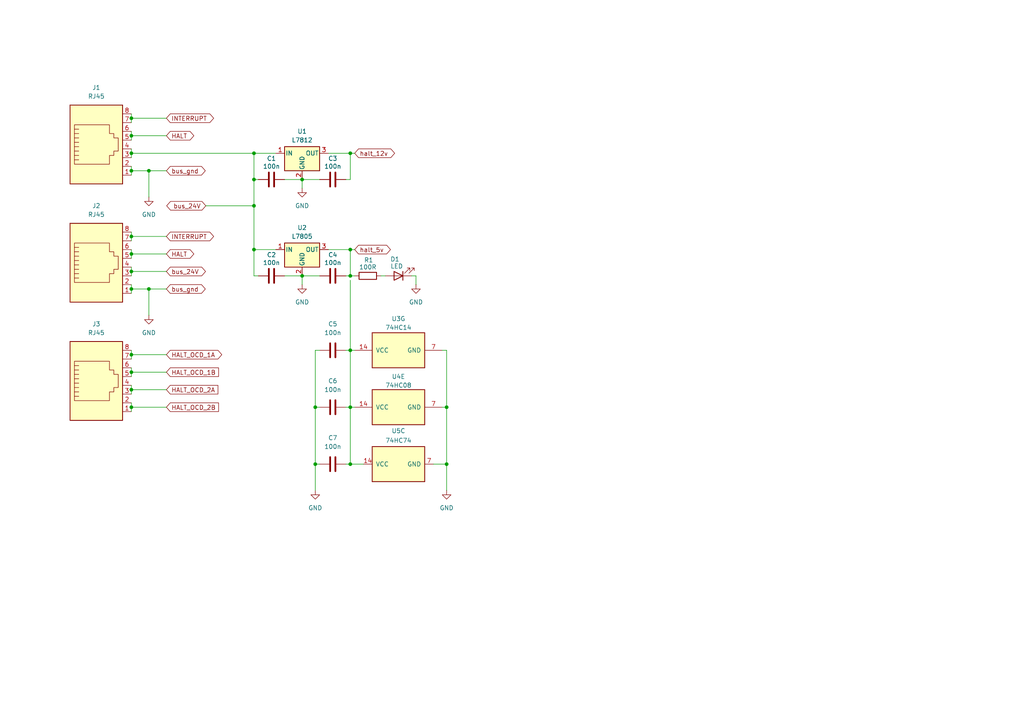
<source format=kicad_sch>
(kicad_sch (version 20250114) (generator "eeschema") (generator_version "9.0")
  (paper "A4")
  (title_block (title "QCW DRSSTC halt board input stage") (rev "1.0") (company "Author: 9551 (devvie.cc)") (comment 9 "Author: 9551 (devvie.cc)"))
  (lib_symbols
    (symbol "74xx:74HC00" (pin_names (offset 1.016))
      (property "Reference" "U" (at 0 1.27 0))
      (property "Value" "74HC00" (at 0 -1.27 0))
      (symbol "74HC00_1_1"
        (arc (start 0 3.81) (mid 3.7934 0) (end 0 -3.81) (stroke (width 0.254)) (fill (type background)))
        (polyline (pts (xy 0 3.81) (xy -3.81 3.81) (xy -3.81 -3.81) (xy 0 -3.81)) (stroke (width 0.254)) (fill (type background)))
        (pin input line (at -7.62 2.54 0) (length 3.81) (name "~") (number "1"))
        (pin input line (at -7.62 -2.54 0) (length 3.81) (name "~") (number "2"))
        (pin output inverted (at 7.62 0 180) (length 3.81) (name "~") (number "3"))
      )
      (symbol "74HC00_1_2"
        (arc (start -3.81 3.81) (mid -2.589 0) (end -3.81 -3.81) (stroke (width 0.254)))
        (polyline (pts (xy -3.81 3.81) (xy -0.635 3.81)) (stroke (width 0.254)) (fill (type background)))
        (polyline (pts (xy -3.81 -3.81) (xy -0.635 -3.81)) (stroke (width 0.254)) (fill (type background)))
        (arc (start 3.81 0) (mid 2.1855 -2.584) (end -0.6096 -3.81) (stroke (width 0.254)) (fill (type background)))
        (arc (start -0.6096 3.81) (mid 2.1928 2.5924) (end 3.81 0) (stroke (width 0.254)) (fill (type background)))
        (polyline (pts (xy -0.635 3.81) (xy -3.81 3.81) (xy -3.81 3.81) (xy -3.556 3.4036) (xy -3.0226 2.2606) (xy -2.6924 1.0414) (xy -2.6162 -0.254) (xy -2.7686 -1.4986) (xy -3.175 -2.7178) (xy -3.81 -3.81) (xy -3.81 -3.81) (xy -0.635 -3.81)) (stroke (width -25.4)) (fill (type background)))
        (pin input inverted (at -7.62 2.54 0) (length 4.318) (name "~") (number "1"))
        (pin input inverted (at -7.62 -2.54 0) (length 4.318) (name "~") (number "2"))
        (pin output line (at 7.62 0 180) (length 3.81) (name "~") (number "3"))
      )
      (symbol "74HC00_2_1"
        (arc (start 0 3.81) (mid 3.7934 0) (end 0 -3.81) (stroke (width 0.254)) (fill (type background)))
        (polyline (pts (xy 0 3.81) (xy -3.81 3.81) (xy -3.81 -3.81) (xy 0 -3.81)) (stroke (width 0.254)) (fill (type background)))
        (pin input line (at -7.62 2.54 0) (length 3.81) (name "~") (number "4"))
        (pin input line (at -7.62 -2.54 0) (length 3.81) (name "~") (number "5"))
        (pin output inverted (at 7.62 0 180) (length 3.81) (name "~") (number "6"))
      )
      (symbol "74HC00_2_2"
        (arc (start -3.81 3.81) (mid -2.589 0) (end -3.81 -3.81) (stroke (width 0.254)))
        (polyline (pts (xy -3.81 3.81) (xy -0.635 3.81)) (stroke (width 0.254)) (fill (type background)))
        (polyline (pts (xy -3.81 -3.81) (xy -0.635 -3.81)) (stroke (width 0.254)) (fill (type background)))
        (arc (start 3.81 0) (mid 2.1855 -2.584) (end -0.6096 -3.81) (stroke (width 0.254)) (fill (type background)))
        (arc (start -0.6096 3.81) (mid 2.1928 2.5924) (end 3.81 0) (stroke (width 0.254)) (fill (type background)))
        (polyline (pts (xy -0.635 3.81) (xy -3.81 3.81) (xy -3.81 3.81) (xy -3.556 3.4036) (xy -3.0226 2.2606) (xy -2.6924 1.0414) (xy -2.6162 -0.254) (xy -2.7686 -1.4986) (xy -3.175 -2.7178) (xy -3.81 -3.81) (xy -3.81 -3.81) (xy -0.635 -3.81)) (stroke (width -25.4)) (fill (type background)))
        (pin input inverted (at -7.62 2.54 0) (length 4.318) (name "~") (number "4"))
        (pin input inverted (at -7.62 -2.54 0) (length 4.318) (name "~") (number "5"))
        (pin output line (at 7.62 0 180) (length 3.81) (name "~") (number "6"))
      )
      (symbol "74HC00_3_1"
        (arc (start 0 3.81) (mid 3.7934 0) (end 0 -3.81) (stroke (width 0.254)) (fill (type background)))
        (polyline (pts (xy 0 3.81) (xy -3.81 3.81) (xy -3.81 -3.81) (xy 0 -3.81)) (stroke (width 0.254)) (fill (type background)))
        (pin input line (at -7.62 2.54 0) (length 3.81) (name "~") (number "9"))
        (pin input line (at -7.62 -2.54 0) (length 3.81) (name "~") (number "10"))
        (pin output inverted (at 7.62 0 180) (length 3.81) (name "~") (number "8"))
      )
      (symbol "74HC00_3_2"
        (arc (start -3.81 3.81) (mid -2.589 0) (end -3.81 -3.81) (stroke (width 0.254)))
        (polyline (pts (xy -3.81 3.81) (xy -0.635 3.81)) (stroke (width 0.254)) (fill (type background)))
        (polyline (pts (xy -3.81 -3.81) (xy -0.635 -3.81)) (stroke (width 0.254)) (fill (type background)))
        (arc (start 3.81 0) (mid 2.1855 -2.584) (end -0.6096 -3.81) (stroke (width 0.254)) (fill (type background)))
        (arc (start -0.6096 3.81) (mid 2.1928 2.5924) (end 3.81 0) (stroke (width 0.254)) (fill (type background)))
        (polyline (pts (xy -0.635 3.81) (xy -3.81 3.81) (xy -3.81 3.81) (xy -3.556 3.4036) (xy -3.0226 2.2606) (xy -2.6924 1.0414) (xy -2.6162 -0.254) (xy -2.7686 -1.4986) (xy -3.175 -2.7178) (xy -3.81 -3.81) (xy -3.81 -3.81) (xy -0.635 -3.81)) (stroke (width -25.4)) (fill (type background)))
        (pin input inverted (at -7.62 2.54 0) (length 4.318) (name "~") (number "9"))
        (pin input inverted (at -7.62 -2.54 0) (length 4.318) (name "~") (number "10"))
        (pin output line (at 7.62 0 180) (length 3.81) (name "~") (number "8"))
      )
      (symbol "74HC00_4_1"
        (arc (start 0 3.81) (mid 3.7934 0) (end 0 -3.81) (stroke (width 0.254)) (fill (type background)))
        (polyline (pts (xy 0 3.81) (xy -3.81 3.81) (xy -3.81 -3.81) (xy 0 -3.81)) (stroke (width 0.254)) (fill (type background)))
        (pin input line (at -7.62 2.54 0) (length 3.81) (name "~") (number "12"))
        (pin input line (at -7.62 -2.54 0) (length 3.81) (name "~") (number "13"))
        (pin output inverted (at 7.62 0 180) (length 3.81) (name "~") (number "11"))
      )
      (symbol "74HC00_4_2"
        (arc (start -3.81 3.81) (mid -2.589 0) (end -3.81 -3.81) (stroke (width 0.254)))
        (polyline (pts (xy -3.81 3.81) (xy -0.635 3.81)) (stroke (width 0.254)) (fill (type background)))
        (polyline (pts (xy -3.81 -3.81) (xy -0.635 -3.81)) (stroke (width 0.254)) (fill (type background)))
        (arc (start 3.81 0) (mid 2.1855 -2.584) (end -0.6096 -3.81) (stroke (width 0.254)) (fill (type background)))
        (arc (start -0.6096 3.81) (mid 2.1928 2.5924) (end 3.81 0) (stroke (width 0.254)) (fill (type background)))
        (polyline (pts (xy -0.635 3.81) (xy -3.81 3.81) (xy -3.81 3.81) (xy -3.556 3.4036) (xy -3.0226 2.2606) (xy -2.6924 1.0414) (xy -2.6162 -0.254) (xy -2.7686 -1.4986) (xy -3.175 -2.7178) (xy -3.81 -3.81) (xy -3.81 -3.81) (xy -0.635 -3.81)) (stroke (width -25.4)) (fill (type background)))
        (pin input inverted (at -7.62 2.54 0) (length 4.318) (name "~") (number "12"))
        (pin input inverted (at -7.62 -2.54 0) (length 4.318) (name "~") (number "13"))
        (pin output line (at 7.62 0 180) (length 3.81) (name "~") (number "11"))
      )
      (symbol "74HC00_5_0"
        (pin power_in line (at 0 12.7 270) (length 5.08) (name "VCC") (number "14"))
        (pin power_in line (at 0 -12.7 90) (length 5.08) (name "GND") (number "7"))
      )
      (symbol "74HC00_5_1"
        (rectangle (start -5.08 7.62) (end 5.08 -7.62) (stroke (width 0.254)) (fill (type background)))
      )
    )
    (symbol "74xx:74HC14" (pin_names (offset 1.016))
      (property "Reference" "U" (at 0 1.27 0))
      (property "Value" "74HC14" (at 0 -1.27 0))
      (symbol "74HC14_1_0"
        (polyline (pts (xy -3.81 3.81) (xy -3.81 -3.81) (xy 3.81 0) (xy -3.81 3.81)) (stroke (width 0.254)) (fill (type background)))
        (pin input line (at -7.62 0 0) (length 3.81) (name "~") (number "1"))
        (pin output inverted (at 7.62 0 180) (length 3.81) (name "~") (number "2"))
      )
      (symbol "74HC14_1_1"
        (polyline (pts (xy -2.54 -1.27) (xy -0.635 -1.27) (xy -0.635 1.27) (xy 0 1.27)))
        (polyline (pts (xy -1.905 -1.27) (xy -1.905 1.27) (xy -0.635 1.27)))
      )
      (symbol "74HC14_2_0"
        (polyline (pts (xy -3.81 3.81) (xy -3.81 -3.81) (xy 3.81 0) (xy -3.81 3.81)) (stroke (width 0.254)) (fill (type background)))
        (pin input line (at -7.62 0 0) (length 3.81) (name "~") (number "3"))
        (pin output inverted (at 7.62 0 180) (length 3.81) (name "~") (number "4"))
      )
      (symbol "74HC14_2_1"
        (polyline (pts (xy -2.54 -1.27) (xy -0.635 -1.27) (xy -0.635 1.27) (xy 0 1.27)))
        (polyline (pts (xy -1.905 -1.27) (xy -1.905 1.27) (xy -0.635 1.27)))
      )
      (symbol "74HC14_3_0"
        (polyline (pts (xy -3.81 3.81) (xy -3.81 -3.81) (xy 3.81 0) (xy -3.81 3.81)) (stroke (width 0.254)) (fill (type background)))
        (pin input line (at -7.62 0 0) (length 3.81) (name "~") (number "5"))
        (pin output inverted (at 7.62 0 180) (length 3.81) (name "~") (number "6"))
      )
      (symbol "74HC14_3_1"
        (polyline (pts (xy -2.54 -1.27) (xy -0.635 -1.27) (xy -0.635 1.27) (xy 0 1.27)))
        (polyline (pts (xy -1.905 -1.27) (xy -1.905 1.27) (xy -0.635 1.27)))
      )
      (symbol "74HC14_4_0"
        (polyline (pts (xy -3.81 3.81) (xy -3.81 -3.81) (xy 3.81 0) (xy -3.81 3.81)) (stroke (width 0.254)) (fill (type background)))
        (pin input line (at -7.62 0 0) (length 3.81) (name "~") (number "9"))
        (pin output inverted (at 7.62 0 180) (length 3.81) (name "~") (number "8"))
      )
      (symbol "74HC14_4_1"
        (polyline (pts (xy -2.54 -1.27) (xy -0.635 -1.27) (xy -0.635 1.27) (xy 0 1.27)))
        (polyline (pts (xy -1.905 -1.27) (xy -1.905 1.27) (xy -0.635 1.27)))
      )
      (symbol "74HC14_5_0"
        (polyline (pts (xy -3.81 3.81) (xy -3.81 -3.81) (xy 3.81 0) (xy -3.81 3.81)) (stroke (width 0.254)) (fill (type background)))
        (pin input line (at -7.62 0 0) (length 3.81) (name "~") (number "11"))
        (pin output inverted (at 7.62 0 180) (length 3.81) (name "~") (number "10"))
      )
      (symbol "74HC14_5_1"
        (polyline (pts (xy -2.54 -1.27) (xy -0.635 -1.27) (xy -0.635 1.27) (xy 0 1.27)))
        (polyline (pts (xy -1.905 -1.27) (xy -1.905 1.27) (xy -0.635 1.27)))
      )
      (symbol "74HC14_6_0"
        (polyline (pts (xy -3.81 3.81) (xy -3.81 -3.81) (xy 3.81 0) (xy -3.81 3.81)) (stroke (width 0.254)) (fill (type background)))
        (pin input line (at -7.62 0 0) (length 3.81) (name "~") (number "13"))
        (pin output inverted (at 7.62 0 180) (length 3.81) (name "~") (number "12"))
      )
      (symbol "74HC14_6_1"
        (polyline (pts (xy -2.54 -1.27) (xy -0.635 -1.27) (xy -0.635 1.27) (xy 0 1.27)))
        (polyline (pts (xy -1.905 -1.27) (xy -1.905 1.27) (xy -0.635 1.27)))
      )
      (symbol "74HC14_7_0"
        (pin power_in line (at 0 12.7 270) (length 5.08) (name "VCC") (number "14"))
        (pin power_in line (at 0 -12.7 90) (length 5.08) (name "GND") (number "7"))
      )
      (symbol "74HC14_7_1"
        (rectangle (start -5.08 7.62) (end 5.08 -7.62) (stroke (width 0.254)) (fill (type background)))
      )
    )
    (symbol "74xx:74HC74" (pin_names (offset 1.016))
      (property "Reference" "U" (at -7.62 8.89 0))
      (property "Value" "74HC74" (at -7.62 -8.89 0))
      (symbol "74HC74_1_0"
        (pin input line (at -7.62 2.54 0) (length 2.54) (name "D") (number "2"))
        (pin input clock (at -7.62 0 0) (length 2.54) (name "C") (number "3"))
        (pin input line (at 0 7.62 270) (length 2.54) (name "~{S}") (number "4"))
        (pin input line (at 0 -7.62 90) (length 2.54) (name "~{R}") (number "1"))
        (pin output line (at 7.62 2.54 180) (length 2.54) (name "Q") (number "5"))
        (pin output line (at 7.62 -2.54 180) (length 2.54) (name "~{Q}") (number "6"))
      )
      (symbol "74HC74_1_1"
        (rectangle (start -5.08 5.08) (end 5.08 -5.08) (stroke (width 0.254)) (fill (type background)))
      )
      (symbol "74HC74_2_0"
        (pin input line (at -7.62 2.54 0) (length 2.54) (name "D") (number "12"))
        (pin input clock (at -7.62 0 0) (length 2.54) (name "C") (number "11"))
        (pin input line (at 0 7.62 270) (length 2.54) (name "~{S}") (number "10"))
        (pin input line (at 0 -7.62 90) (length 2.54) (name "~{R}") (number "13"))
        (pin output line (at 7.62 2.54 180) (length 2.54) (name "Q") (number "9"))
        (pin output line (at 7.62 -2.54 180) (length 2.54) (name "~{Q}") (number "8"))
      )
      (symbol "74HC74_2_1"
        (rectangle (start -5.08 5.08) (end 5.08 -5.08) (stroke (width 0.254)) (fill (type background)))
      )
      (symbol "74HC74_3_0"
        (pin power_in line (at 0 10.16 270) (length 2.54) (name "VCC") (number "14"))
        (pin power_in line (at 0 -10.16 90) (length 2.54) (name "GND") (number "7"))
      )
      (symbol "74HC74_3_1"
        (rectangle (start -5.08 7.62) (end 5.08 -7.62) (stroke (width 0.254)) (fill (type background)))
      )
    )
    (symbol "Connector:RJ45" (pin_names (offset 1.016))
      (property "Reference" "J" (at -5.08 13.97 0))
      (property "Value" "RJ45" (at 2.54 13.97 0))
      (symbol "RJ45_0_1"
        (polyline (pts (xy -6.35 1.905) (xy -5.08 1.905) (xy -5.08 1.905)))
        (polyline (pts (xy -6.35 0.635) (xy -5.08 0.635) (xy -5.08 0.635)))
        (polyline (pts (xy -6.35 -0.635) (xy -5.08 -0.635) (xy -5.08 -0.635)))
        (polyline (pts (xy -6.35 -1.905) (xy -5.08 -1.905) (xy -5.08 -1.905)))
        (polyline (pts (xy -6.35 -3.175) (xy -5.08 -3.175) (xy -5.08 -3.175)))
        (polyline (pts (xy -6.35 -4.445) (xy -6.35 6.985) (xy 3.81 6.985) (xy 3.81 4.445) (xy 5.08 4.445) (xy 5.08 3.175) (xy 6.35 3.175) (xy 6.35 -0.635) (xy 5.08 -0.635) (xy 5.08 -1.905) (xy 3.81 -1.905) (xy 3.81 -4.445) (xy -6.35 -4.445) (xy -6.35 -4.445)))
        (polyline (pts (xy -5.08 5.715) (xy -6.35 5.715)))
        (polyline (pts (xy -5.08 4.445) (xy -6.35 4.445)))
        (polyline (pts (xy -5.08 3.175) (xy -6.35 3.175) (xy -6.35 3.175)))
        (rectangle (start 7.62 12.7) (end -7.62 -10.16) (stroke (width 0.254)) (fill (type background)))
      )
      (symbol "RJ45_1_1"
        (pin passive line (at 10.16 10.16 180) (length 2.54) (name "~") (number "8"))
        (pin passive line (at 10.16 7.62 180) (length 2.54) (name "~") (number "7"))
        (pin passive line (at 10.16 5.08 180) (length 2.54) (name "~") (number "6"))
        (pin passive line (at 10.16 2.54 180) (length 2.54) (name "~") (number "5"))
        (pin passive line (at 10.16 0 180) (length 2.54) (name "~") (number "4"))
        (pin passive line (at 10.16 -2.54 180) (length 2.54) (name "~") (number "3"))
        (pin passive line (at 10.16 -5.08 180) (length 2.54) (name "~") (number "2"))
        (pin passive line (at 10.16 -7.62 180) (length 2.54) (name "~") (number "1"))
      )
    )
    (symbol "Device:C" (pin_numbers (hide yes)) (pin_names (offset 0.254))
      (property "Reference" "C" (at 0.635 2.54 0))
      (property "Value" "C" (at 0.635 -2.54 0))
      (symbol "C_0_1"
        (polyline (pts (xy -2.032 0.762) (xy 2.032 0.762)) (stroke (width 0.508)))
        (polyline (pts (xy -2.032 -0.762) (xy 2.032 -0.762)) (stroke (width 0.508)))
      )
      (symbol "C_1_1"
        (pin passive line (at 0 3.81 270) (length 2.794) (name "~") (number "1"))
        (pin passive line (at 0 -3.81 90) (length 2.794) (name "~") (number "2"))
      )
    )
    (symbol "Device:LED" (pin_numbers (hide yes)) (pin_names (offset 1.016) (hide yes))
      (property "Reference" "D" (at 0 2.54 0))
      (property "Value" "LED" (at 0 -2.54 0))
      (symbol "LED_0_1"
        (polyline (pts (xy -3.048 -0.762) (xy -4.572 -2.286) (xy -3.81 -2.286) (xy -4.572 -2.286) (xy -4.572 -1.524)))
        (polyline (pts (xy -1.778 -0.762) (xy -3.302 -2.286) (xy -2.54 -2.286) (xy -3.302 -2.286) (xy -3.302 -1.524)))
        (polyline (pts (xy -1.27 0) (xy 1.27 0)))
        (polyline (pts (xy -1.27 -1.27) (xy -1.27 1.27)) (stroke (width 0.254)))
        (polyline (pts (xy 1.27 -1.27) (xy 1.27 1.27) (xy -1.27 0) (xy 1.27 -1.27)) (stroke (width 0.254)))
      )
      (symbol "LED_1_1"
        (pin passive line (at -3.81 0 0) (length 2.54) (name "K") (number "1"))
        (pin passive line (at 3.81 0 180) (length 2.54) (name "A") (number "2"))
      )
    )
    (symbol "Device:R" (pin_numbers (hide yes)) (pin_names (offset 0))
      (property "Reference" "R" (at 2.032 0 90))
      (property "Value" "R" (at 0 0 90))
      (symbol "R_0_1"
        (rectangle (start -1.016 -2.54) (end 1.016 2.54) (stroke (width 0.254)))
      )
      (symbol "R_1_1"
        (pin passive line (at 0 3.81 270) (length 1.27) (name "~") (number "1"))
        (pin passive line (at 0 -3.81 90) (length 1.27) (name "~") (number "2"))
      )
    )
    (symbol "Regulator_Linear:L7805" (pin_names (offset 0.254))
      (property "Reference" "U" (at -3.81 3.175 0))
      (property "Value" "L7805" (at 0 3.175 0))
      (symbol "L7805_0_1"
        (rectangle (start -5.08 1.905) (end 5.08 -5.08) (stroke (width 0.254)) (fill (type background)))
      )
      (symbol "L7805_1_1"
        (pin power_in line (at -7.62 0 0) (length 2.54) (name "IN") (number "1"))
        (pin power_in line (at 0 -7.62 90) (length 2.54) (name "GND") (number "2"))
        (pin power_out line (at 7.62 0 180) (length 2.54) (name "OUT") (number "3"))
      )
    )
    (symbol "Regulator_Linear:L7812" (pin_names (offset 0.254))
      (property "Reference" "U" (at -3.81 3.175 0))
      (property "Value" "L7812" (at 0 3.175 0))
      (symbol "L7812_0_1"
        (rectangle (start -5.08 1.905) (end 5.08 -5.08) (stroke (width 0.254)) (fill (type background)))
      )
      (symbol "L7812_1_1"
        (pin power_in line (at -7.62 0 0) (length 2.54) (name "IN") (number "1"))
        (pin power_in line (at 0 -7.62 90) (length 2.54) (name "GND") (number "2"))
        (pin power_out line (at 7.62 0 180) (length 2.54) (name "OUT") (number "3"))
      )
    )
    (symbol "power:GND" (power) (pin_numbers (hide yes)) (pin_names (offset 0) (hide yes))
      (property "Value" "GND" (at 0 -3.81 0))
      (symbol "GND_0_1"
        (polyline (pts (xy 0 0) (xy 0 -1.27) (xy 1.27 -1.27) (xy 0 -2.54) (xy -1.27 -1.27) (xy 0 -1.27)))
      )
      (symbol "GND_1_1"
        (pin power_in line (at 0 0 270) (length 0) (name "~") (number "1"))
      )
    )
  )
  (junction (at 73.66 52.07))
  (junction (at 38.1 68.58))
  (junction (at 73.66 72.39))
  (junction (at 38.1 118.11))
  (junction (at 87.63 52.07))
  (junction (at 101.6 101.6))
  (junction (at 101.6 80.01))
  (junction (at 129.54 118.11))
  (junction (at 38.1 34.29))
  (junction (at 73.66 44.45))
  (junction (at 38.1 113.03))
  (junction (at 129.54 134.62))
  (junction (at 101.6 44.45))
  (junction (at 38.1 44.45))
  (junction (at 38.1 102.87))
  (junction (at 101.6 72.39))
  (junction (at 38.1 107.95))
  (junction (at 43.18 83.82))
  (junction (at 38.1 39.37))
  (junction (at 87.63 80.01))
  (junction (at 38.1 83.82))
  (junction (at 38.1 78.74))
  (junction (at 101.6 118.11))
  (junction (at 91.44 134.62))
  (junction (at 38.1 49.53))
  (junction (at 73.66 59.69))
  (junction (at 91.44 118.11))
  (junction (at 38.1 73.66))
  (junction (at 101.6 134.62))
  (junction (at 43.18 49.53))
  (wire (pts (xy 38.1 68.58) (xy 38.1 69.85)))
  (wire (pts (xy 73.66 59.69) (xy 59.69 59.69)))
  (wire (pts (xy 87.63 52.07) (xy 87.63 54.61)))
  (wire (pts (xy 43.18 83.82) (xy 48.26 83.82)))
  (wire (pts (xy 38.1 83.82) (xy 43.18 83.82)))
  (wire (pts (xy 38.1 73.66) (xy 38.1 74.93)))
  (wire (pts (xy 120.65 80.01) (xy 120.65 82.55)))
  (wire (pts (xy 101.6 118.11) (xy 102.87 118.11)))
  (wire (pts (xy 38.1 72.39) (xy 38.1 73.66)))
  (wire (pts (xy 129.54 134.62) (xy 125.73 134.62)))
  (wire (pts (xy 101.6 101.6) (xy 102.87 101.6)))
  (wire (pts (xy 38.1 107.95) (xy 48.26 107.95)))
  (wire (pts (xy 73.66 80.01) (xy 74.93 80.01)))
  (wire (pts (xy 101.6 101.6) (xy 101.6 118.11)))
  (wire (pts (xy 82.55 52.07) (xy 87.63 52.07)))
  (wire (pts (xy 38.1 73.66) (xy 48.26 73.66)))
  (wire (pts (xy 38.1 67.31) (xy 38.1 68.58)))
  (wire (pts (xy 102.87 80.01) (xy 101.6 80.01)))
  (wire (pts (xy 129.54 101.6) (xy 129.54 118.11)))
  (wire (pts (xy 38.1 34.29) (xy 38.1 35.56)))
  (wire (pts (xy 73.66 72.39) (xy 80.01 72.39)))
  (wire (pts (xy 38.1 78.74) (xy 38.1 80.01)))
  (wire (pts (xy 91.44 118.11) (xy 92.71 118.11)))
  (wire (pts (xy 38.1 43.18) (xy 38.1 44.45)))
  (wire (pts (xy 91.44 134.62) (xy 92.71 134.62)))
  (wire (pts (xy 38.1 49.53) (xy 43.18 49.53)))
  (wire (pts (xy 73.66 52.07) (xy 73.66 44.45)))
  (wire (pts (xy 100.33 101.6) (xy 101.6 101.6)))
  (wire (pts (xy 101.6 80.01) (xy 100.33 80.01)))
  (wire (pts (xy 38.1 68.58) (xy 48.26 68.58)))
  (wire (pts (xy 120.65 80.01) (xy 119.38 80.01)))
  (wire (pts (xy 38.1 102.87) (xy 48.26 102.87)))
  (wire (pts (xy 129.54 101.6) (xy 128.27 101.6)))
  (wire (pts (xy 100.33 134.62) (xy 101.6 134.62)))
  (wire (pts (xy 100.33 118.11) (xy 101.6 118.11)))
  (wire (pts (xy 38.1 113.03) (xy 48.26 113.03)))
  (wire (pts (xy 38.1 78.74) (xy 48.26 78.74)))
  (wire (pts (xy 38.1 116.84) (xy 38.1 118.11)))
  (wire (pts (xy 101.6 52.07) (xy 100.33 52.07)))
  (wire (pts (xy 38.1 113.03) (xy 38.1 114.3)))
  (wire (pts (xy 73.66 52.07) (xy 74.93 52.07)))
  (wire (pts (xy 91.44 134.62) (xy 91.44 142.24)))
  (wire (pts (xy 101.6 80.01) (xy 101.6 72.39)))
  (wire (pts (xy 91.44 101.6) (xy 91.44 118.11)))
  (wire (pts (xy 101.6 134.62) (xy 105.41 134.62)))
  (wire (pts (xy 38.1 102.87) (xy 38.1 104.14)))
  (wire (pts (xy 87.63 80.01) (xy 92.71 80.01)))
  (wire (pts (xy 129.54 118.11) (xy 129.54 134.62)))
  (wire (pts (xy 129.54 134.62) (xy 129.54 142.24)))
  (wire (pts (xy 38.1 118.11) (xy 48.26 118.11)))
  (wire (pts (xy 38.1 82.55) (xy 38.1 83.82)))
  (wire (pts (xy 110.49 80.01) (xy 111.76 80.01)))
  (wire (pts (xy 101.6 118.11) (xy 101.6 134.62)))
  (wire (pts (xy 95.25 44.45) (xy 101.6 44.45)))
  (wire (pts (xy 38.1 77.47) (xy 38.1 78.74)))
  (wire (pts (xy 101.6 81.28) (xy 101.6 101.6)))
  (wire (pts (xy 38.1 44.45) (xy 38.1 45.72)))
  (wire (pts (xy 38.1 107.95) (xy 38.1 109.22)))
  (wire (pts (xy 91.44 101.6) (xy 92.71 101.6)))
  (wire (pts (xy 38.1 48.26) (xy 38.1 49.53)))
  (wire (pts (xy 38.1 111.76) (xy 38.1 113.03)))
  (wire (pts (xy 87.63 52.07) (xy 92.71 52.07)))
  (wire (pts (xy 38.1 106.68) (xy 38.1 107.95)))
  (wire (pts (xy 38.1 83.82) (xy 38.1 85.09)))
  (wire (pts (xy 101.6 44.45) (xy 102.87 44.45)))
  (wire (pts (xy 87.63 80.01) (xy 87.63 82.55)))
  (wire (pts (xy 101.6 72.39) (xy 102.87 72.39)))
  (wire (pts (xy 38.1 39.37) (xy 38.1 40.64)))
  (wire (pts (xy 38.1 101.6) (xy 38.1 102.87)))
  (wire (pts (xy 82.55 80.01) (xy 87.63 80.01)))
  (wire (pts (xy 38.1 38.1) (xy 38.1 39.37)))
  (wire (pts (xy 73.66 44.45) (xy 80.01 44.45)))
  (wire (pts (xy 43.18 49.53) (xy 43.18 57.15)))
  (wire (pts (xy 43.18 49.53) (xy 48.26 49.53)))
  (wire (pts (xy 73.66 52.07) (xy 73.66 59.69)))
  (wire (pts (xy 43.18 83.82) (xy 43.18 91.44)))
  (wire (pts (xy 38.1 118.11) (xy 38.1 119.38)))
  (wire (pts (xy 38.1 34.29) (xy 48.26 34.29)))
  (wire (pts (xy 91.44 118.11) (xy 91.44 134.62)))
  (wire (pts (xy 73.66 72.39) (xy 73.66 80.01)))
  (wire (pts (xy 38.1 49.53) (xy 38.1 50.8)))
  (wire (pts (xy 129.54 118.11) (xy 128.27 118.11)))
  (wire (pts (xy 38.1 39.37) (xy 48.26 39.37)))
  (wire (pts (xy 95.25 72.39) (xy 101.6 72.39)))
  (wire (pts (xy 101.6 44.45) (xy 101.6 52.07)))
  (wire (pts (xy 38.1 44.45) (xy 73.66 44.45)))
  (wire (pts (xy 38.1 33.02) (xy 38.1 34.29)))
  (wire (pts (xy 73.66 59.69) (xy 73.66 72.39)))
  (global_label "HALT_OCD_2B" (shape input) (at 48.26 118.11 0) (property "Intersheetrefs" "${INTERSHEET_REFS}" (effects (hide yes))))
  (global_label "bus_24V" (shape bidirectional) (at 48.26 78.74 0) (property "Intersheetrefs" "${INTERSHEET_REFS}" (effects (hide yes))))
  (global_label "HALT_OCD_2A" (shape input) (at 48.26 113.03 0) (property "Intersheetrefs" "${INTERSHEET_REFS}" (effects (hide yes))))
  (global_label "HALT_OCD_1B" (shape input) (at 48.26 107.95 0) (property "Intersheetrefs" "${INTERSHEET_REFS}" (effects (hide yes))))
  (global_label "INTERRUPT" (shape bidirectional) (at 48.26 68.58 0) (property "Intersheetrefs" "${INTERSHEET_REFS}" (effects (hide yes))))
  (global_label "halt_12v" (shape bidirectional) (at 102.87 44.45 0) (property "Intersheetrefs" "${INTERSHEET_REFS}" (effects (hide yes))))
  (global_label "bus_gnd" (shape bidirectional) (at 48.26 83.82 0) (property "Intersheetrefs" "${INTERSHEET_REFS}" (effects (hide yes))))
  (global_label "HALT" (shape bidirectional) (at 48.26 39.37 0) (property "Intersheetrefs" "${INTERSHEET_REFS}" (effects (hide yes))))
  (global_label "halt_5v" (shape bidirectional) (at 102.87 72.39 0) (property "Intersheetrefs" "${INTERSHEET_REFS}" (effects (hide yes))))
  (global_label "HALT_OCD_1A" (shape bidirectional) (at 48.26 102.87 0) (property "Intersheetrefs" "${INTERSHEET_REFS}" (effects (hide yes))))
  (global_label "bus_24V" (shape bidirectional) (at 59.69 59.69 180) (property "Intersheetrefs" "${INTERSHEET_REFS}" (effects (hide yes))))
  (global_label "INTERRUPT" (shape bidirectional) (at 48.26 34.29 0) (property "Intersheetrefs" "${INTERSHEET_REFS}" (effects (hide yes))))
  (global_label "bus_gnd" (shape bidirectional) (at 48.26 49.53 0) (property "Intersheetrefs" "${INTERSHEET_REFS}" (effects (hide yes))))
  (global_label "HALT" (shape bidirectional) (at 48.26 73.66 0) (property "Intersheetrefs" "${INTERSHEET_REFS}" (effects (hide yes))))
  (symbol (lib_id "Device:C") (at 78.74 52.07 90) (unit 1)
    (property "Reference" "C1" (at 78.74 45.974 90))
    (property "Value" "100n" (at 78.74 48.26 90))
    (property "Description" "Unpolarized capacitor" (effects (hide yes)))
  )
  (symbol (lib_id "power:GND") (at 129.54 142.24 0) (unit 1)
    (property "Reference" "#PWR07" (effects (hide yes)))
    (property "Value" "GND" (at 129.54 147.32 0))
    (property "Description" "Power symbol creates a global label with name \"GND\" , ground" (effects (hide yes)))
  )
  (symbol (lib_id "Connector:RJ45") (at 27.94 43.18 0) (unit 1)
    (property "Reference" "J1" (at 27.94 25.4 0))
    (property "Value" "RJ45" (at 27.94 27.94 0))
    (property "Description" "RJ connector, 8P8C (8 positions 8 connected)" (effects (hide yes)))
  )
  (symbol (lib_id "Device:R") (at 106.68 80.01 90) (unit 1)
    (property "Reference" "R1" (at 106.934 75.438 90))
    (property "Value" "100R" (at 106.68 77.47 90))
    (property "Description" "Resistor" (effects (hide yes)))
  )
  (symbol (lib_id "Device:LED") (at 115.57 80.01 180) (unit 1)
    (property "Reference" "D1" (at 114.554 75.184 0))
    (property "Value" "LED" (at 115.062 77.216 0))
    (property "Description" "Light emitting diode" (effects (hide yes)))
    (property "Sim.Pins" "1=K 2=A" (effects (hide yes)))
  )
  (symbol (lib_id "power:GND") (at 87.63 82.55 0) (unit 1)
    (property "Reference" "#PWR04" (effects (hide yes)))
    (property "Value" "GND" (at 87.63 87.63 0))
    (property "Description" "Power symbol creates a global label with name \"GND\" , ground" (effects (hide yes)))
  )
  (symbol (lib_id "74xx:74HC74") (at 115.57 134.62 90) (unit 3)
    (property "Reference" "U5" (at 115.57 124.968 90))
    (property "Value" "74HC74" (at 115.57 127.762 90))
    (property "Datasheet" "74xx/74hc_hct74.pdf" (effects (hide yes)))
    (property "Description" "Dual D Flip-flop, Set & Reset" (effects (hide yes)))
  )
  (symbol (lib_id "power:GND") (at 120.65 82.55 0) (unit 1)
    (property "Reference" "#PWR06" (effects (hide yes)))
    (property "Value" "GND" (at 120.65 87.63 0))
    (property "Description" "Power symbol creates a global label with name \"GND\" , ground" (effects (hide yes)))
  )
  (symbol (lib_id "Device:C") (at 96.52 101.6 90) (unit 1)
    (property "Reference" "C5" (at 96.52 93.98 90))
    (property "Value" "100n" (at 96.52 96.52 90))
    (property "Description" "Unpolarized capacitor" (effects (hide yes)))
  )
  (symbol (lib_id "power:GND") (at 43.18 57.15 0) (unit 1)
    (property "Reference" "#PWR01" (effects (hide yes)))
    (property "Value" "GND" (at 43.18 62.23 0))
    (property "Description" "Power symbol creates a global label with name \"GND\" , ground" (effects (hide yes)))
  )
  (symbol (lib_id "power:GND") (at 43.18 91.44 0) (unit 1)
    (property "Reference" "#PWR02" (effects (hide yes)))
    (property "Value" "GND" (at 43.18 96.52 0))
    (property "Description" "Power symbol creates a global label with name \"GND\" , ground" (effects (hide yes)))
  )
  (symbol (lib_id "Device:C") (at 78.74 80.01 90) (unit 1)
    (property "Reference" "C2" (at 78.74 73.914 90))
    (property "Value" "100n" (at 78.74 76.2 90))
    (property "Description" "Unpolarized capacitor" (effects (hide yes)))
  )
  (symbol (lib_id "Device:C") (at 96.52 52.07 90) (unit 1)
    (property "Reference" "C3" (at 96.52 45.974 90))
    (property "Value" "100n" (at 96.52 48.26 90))
    (property "Description" "Unpolarized capacitor" (effects (hide yes)))
  )
  (symbol (lib_id "Connector:RJ45") (at 27.94 111.76 0) (unit 1)
    (property "Reference" "J3" (at 27.94 93.98 0))
    (property "Value" "RJ45" (at 27.94 96.52 0))
    (property "Description" "RJ connector, 8P8C (8 positions 8 connected)" (effects (hide yes)))
  )
  (symbol (lib_id "Device:C") (at 96.52 134.62 90) (unit 1)
    (property "Reference" "C7" (at 96.52 127 90))
    (property "Value" "100n" (at 96.52 129.54 90))
    (property "Description" "Unpolarized capacitor" (effects (hide yes)))
  )
  (symbol (lib_id "power:GND") (at 87.63 54.61 0) (unit 1)
    (property "Reference" "#PWR03" (effects (hide yes)))
    (property "Value" "GND" (at 87.63 59.69 0))
    (property "Description" "Power symbol creates a global label with name \"GND\" , ground" (effects (hide yes)))
  )
  (symbol (lib_id "Device:C") (at 96.52 118.11 90) (unit 1)
    (property "Reference" "C6" (at 96.52 110.49 90))
    (property "Value" "100n" (at 96.52 113.03 90))
    (property "Description" "Unpolarized capacitor" (effects (hide yes)))
  )
  (symbol (lib_id "74xx:74HC00") (at 115.57 118.11 90) (unit 5)
    (property "Reference" "U4" (at 115.57 109.22 90))
    (property "Value" "74HC08" (at 115.57 111.76 90))
    (property "Datasheet" "http://www.ti.com/lit/gpn/sn74hc00" (effects (hide yes)))
    (property "Description" "quad 2-input NAND gate" (effects (hide yes)))
  )
  (symbol (lib_id "Regulator_Linear:L7812") (at 87.63 44.45 0) (unit 1)
    (property "Reference" "U1" (at 87.63 38.1 0))
    (property "Value" "L7812" (at 87.63 40.64 0))
    (property "Datasheet" "http://www.st.com/content/ccc/resource/technical/document/datasheet/41/4f/b3/b0/12/d4/47/88/CD00000444.pdf/files/CD00000444.pdf/jcr:content/translations/en.CD00000444.pdf" (effects (hide yes)))
    (property "Description" "Positive 1.5A 35V Linear Regulator, Fixed Output 12V, TO-220/TO-263/TO-252" (effects (hide yes)))
  )
  (symbol (lib_id "Connector:RJ45") (at 27.94 77.47 0) (unit 1)
    (property "Reference" "J2" (at 27.94 59.69 0))
    (property "Value" "RJ45" (at 27.94 62.23 0))
    (property "Description" "RJ connector, 8P8C (8 positions 8 connected)" (effects (hide yes)))
  )
  (symbol (lib_id "Regulator_Linear:L7805") (at 87.63 72.39 0) (unit 1)
    (property "Reference" "U2" (at 87.63 66.04 0))
    (property "Value" "L7805" (at 87.63 68.58 0))
    (property "Datasheet" "http://www.st.com/content/ccc/resource/technical/document/datasheet/41/4f/b3/b0/12/d4/47/88/CD00000444.pdf/files/CD00000444.pdf/jcr:content/translations/en.CD00000444.pdf" (effects (hide yes)))
    (property "Description" "Positive 1.5A 35V Linear Regulator, Fixed Output 5V, TO-220/TO-263/TO-252" (effects (hide yes)))
  )
  (symbol (lib_id "74xx:74HC14") (at 115.57 101.6 90) (unit 7)
    (property "Reference" "U3" (at 115.57 92.456 90))
    (property "Value" "74HC14" (at 115.57 94.996 90))
    (property "Datasheet" "http://www.ti.com/lit/gpn/sn74HC14" (effects (hide yes)))
    (property "Description" "Hex inverter schmitt trigger" (effects (hide yes)))
  )
  (symbol (lib_id "Device:C") (at 96.52 80.01 90) (unit 1)
    (property "Reference" "C4" (at 96.52 73.914 90))
    (property "Value" "100n" (at 96.52 76.2 90))
    (property "Description" "Unpolarized capacitor" (effects (hide yes)))
  )
  (symbol (lib_id "power:GND") (at 91.44 142.24 0) (unit 1)
    (property "Reference" "#PWR05" (effects (hide yes)))
    (property "Value" "GND" (at 91.44 147.32 0))
    (property "Description" "Power symbol creates a global label with name \"GND\" , ground" (effects (hide yes)))
  )
)
</source>
